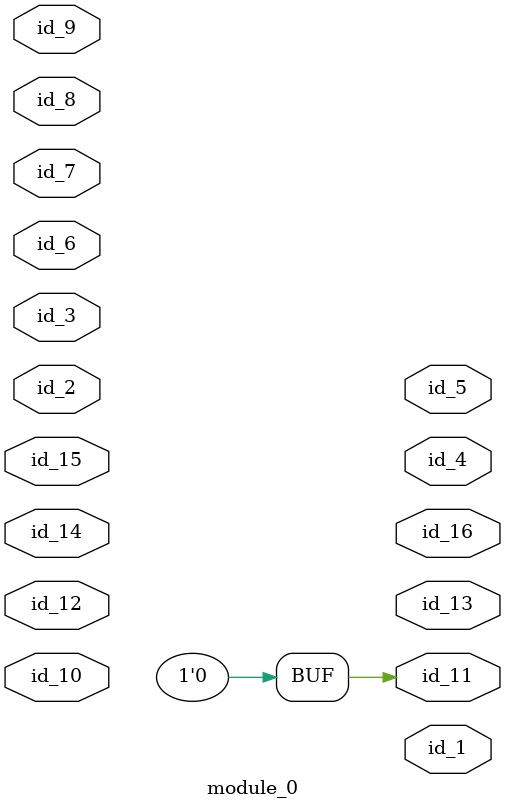
<source format=v>
`timescale 1ps / 1ps
module module_0 (
    id_1,
    id_2,
    id_3,
    id_4,
    id_5,
    id_6,
    id_7,
    id_8,
    id_9,
    id_10,
    id_11,
    id_12,
    id_13,
    id_14,
    id_15,
    id_16
);
  output id_16;
  input id_15;
  inout id_14;
  output id_13;
  inout id_12;
  output id_11;
  inout id_10;
  input id_9;
  input id_8;
  input id_7;
  inout id_6;
  output id_5;
  output id_4;
  inout id_3;
  inout id_2;
  output id_1;
  assign id_11 = {1, id_3, 1, 1'b0};
endmodule

</source>
